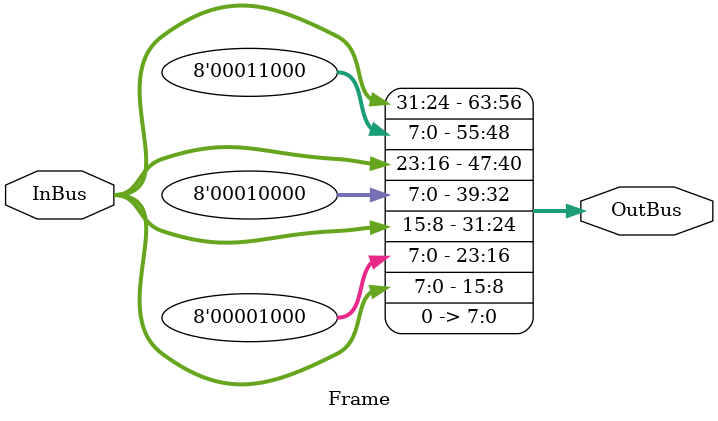
<source format=sv>
`timescale 1ns/100ps

module Frame
#(parameter WIDTH = 32)
(input [WIDTH -1:0]InBus, output [WIDTH*2-1:0] OutBus);
  
  genvar i;
  generate
    for(i = 0; i < $clog2(WIDTH); i = i + 1)
      begin
        assign OutBus[16*i+7:16*i] = {3'b000, i, 3'b000};
        assign OutBus[15+16*i : 8+16*i] = InBus[8*i+7:8*i];
      end
  endgenerate

endmodule
</source>
